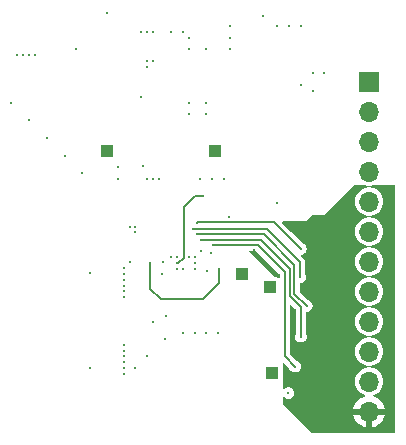
<source format=gbr>
%TF.GenerationSoftware,KiCad,Pcbnew,8.0.4*%
%TF.CreationDate,2024-08-13T22:52:30+08:00*%
%TF.ProjectId,MAX30001_MINI,4d415833-3030-4303-915f-4d494e492e6b,rev?*%
%TF.SameCoordinates,Original*%
%TF.FileFunction,Copper,L2,Inr*%
%TF.FilePolarity,Positive*%
%FSLAX46Y46*%
G04 Gerber Fmt 4.6, Leading zero omitted, Abs format (unit mm)*
G04 Created by KiCad (PCBNEW 8.0.4) date 2024-08-13 22:52:30*
%MOMM*%
%LPD*%
G01*
G04 APERTURE LIST*
%TA.AperFunction,ComponentPad*%
%ADD10R,1.000000X1.000000*%
%TD*%
%TA.AperFunction,ComponentPad*%
%ADD11R,1.700000X1.700000*%
%TD*%
%TA.AperFunction,ComponentPad*%
%ADD12O,1.700000X1.700000*%
%TD*%
%TA.AperFunction,ViaPad*%
%ADD13C,0.300000*%
%TD*%
%TA.AperFunction,ViaPad*%
%ADD14C,0.200000*%
%TD*%
%TA.AperFunction,Conductor*%
%ADD15C,0.200000*%
%TD*%
G04 APERTURE END LIST*
D10*
%TO.N,Net-(C8-Pad2)*%
%TO.C,TP3*%
X192582800Y-134416800D03*
%TD*%
%TO.N,Net-(C9-Pad2)*%
%TO.C,TP4*%
X192379600Y-127152400D03*
%TD*%
D11*
%TO.N,3V3_D*%
%TO.C,J4*%
X200787000Y-109728000D03*
D12*
%TO.N,GNDD*%
X200787000Y-112268000D03*
%TO.N,1V8_A*%
X200787000Y-114808000D03*
%TO.N,GNDA*%
X200787000Y-117348000D03*
%TO.N,Net-(J4-Pin_5)*%
X200787000Y-119888000D03*
%TO.N,Net-(J4-Pin_6)*%
X200787000Y-122428000D03*
%TO.N,Net-(J4-Pin_7)*%
X200787000Y-124968000D03*
%TO.N,Net-(J4-Pin_8)*%
X200787000Y-127508000D03*
%TO.N,Net-(J4-Pin_9)*%
X200787000Y-130048000D03*
%TO.N,Net-(J4-Pin_10)*%
X200787000Y-132588000D03*
%TO.N,5V0_IN*%
X200787000Y-135128000D03*
%TO.N,GND*%
X200787000Y-137668000D03*
%TD*%
D10*
%TO.N,Net-(JP8-A)*%
%TO.C,TP1*%
X187706000Y-115570000D03*
%TD*%
%TO.N,Net-(U2-AOUT)*%
%TO.C,TP2*%
X190000000Y-126034800D03*
%TD*%
%TO.N,Net-(JP9-A)*%
%TO.C,TP5*%
X178562000Y-115570000D03*
%TD*%
D13*
%TO.N,GNDA*%
X179500000Y-117000000D03*
X179500000Y-118000000D03*
%TO.N,GND*%
X191000000Y-124000000D03*
X194500000Y-132500000D03*
X194500000Y-129500000D03*
X194500000Y-130500000D03*
X196000000Y-122000000D03*
X195000000Y-122000000D03*
X202500000Y-139000000D03*
X197500000Y-139000000D03*
X196000000Y-139000000D03*
X195000000Y-138000000D03*
%TO.N,BIP*%
X177164400Y-133959600D03*
%TO.N,BIN*%
X177164400Y-125933200D03*
%TO.N,GNDD*%
X185500000Y-106000000D03*
X185000000Y-105500000D03*
X184000000Y-105500000D03*
X187000000Y-107000000D03*
X185500000Y-107000000D03*
X185500000Y-111500000D03*
X185500000Y-112500000D03*
X187000000Y-112500000D03*
X187000000Y-111500000D03*
X196000000Y-110500000D03*
X196000000Y-109000000D03*
X197000000Y-109000000D03*
X195000000Y-105000000D03*
X194000000Y-105000000D03*
X193000000Y-105000000D03*
X189000000Y-107000000D03*
X189000000Y-106000000D03*
X189000000Y-105000000D03*
X186500000Y-118000000D03*
X187500000Y-118000000D03*
X188500000Y-118000000D03*
X195000000Y-110000000D03*
%TO.N,GNDA*%
X181000000Y-134000000D03*
X183500000Y-131500000D03*
X182000000Y-133000000D03*
X176500000Y-117500000D03*
X175000000Y-116000000D03*
X173500000Y-114500000D03*
X172000000Y-113000000D03*
X170500000Y-111500000D03*
X176000000Y-107000000D03*
X182000000Y-108500000D03*
X182000000Y-108000000D03*
X182500000Y-108000000D03*
X182500000Y-105500000D03*
X182000000Y-105500000D03*
X181500000Y-105500000D03*
X171000000Y-107500000D03*
X171500000Y-107500000D03*
X172000000Y-107500000D03*
X172500000Y-107500000D03*
X182500000Y-118000000D03*
X180500000Y-122000000D03*
X181000000Y-122500000D03*
X181000000Y-122000000D03*
X180000000Y-134500000D03*
X180000000Y-134000000D03*
X180000000Y-133500000D03*
X180000000Y-133000000D03*
X180000000Y-132500000D03*
X180000000Y-132000000D03*
X180000000Y-128000000D03*
X180000000Y-127500000D03*
X180000000Y-127000000D03*
X180000000Y-126500000D03*
X180000000Y-126000000D03*
X180000000Y-125500000D03*
X185000000Y-131000000D03*
X186000000Y-131000000D03*
X187000000Y-131000000D03*
X188000000Y-131000000D03*
X183000000Y-118000000D03*
X182000000Y-118000000D03*
X180500000Y-125000000D03*
X181500000Y-111000000D03*
%TO.N,1V8_A*%
X181610000Y-116855000D03*
%TO.N,GNDD*%
X186690000Y-119380000D03*
D14*
X184556400Y-125120400D03*
D13*
%TO.N,Net-(U2-VREF)*%
X187401200Y-124256800D03*
%TO.N,INT2B*%
X194513200Y-133858000D03*
%TO.N,SDO*%
X195013200Y-131318000D03*
%TO.N,SDI*%
X195485154Y-128720306D03*
%TO.N,SCLK*%
X194919602Y-126282131D03*
%TO.N,CSB*%
X194989257Y-123901214D03*
D14*
%TO.N,Net-(U2-AOUT)*%
X186039000Y-125111000D03*
D13*
%TO.N,INTB*%
X193954398Y-136093200D03*
%TO.N,CSB*%
X186183956Y-121714207D03*
D14*
%TO.N,1V8_A*%
X184048400Y-124612400D03*
X186537600Y-124104400D03*
D13*
%TO.N,INT2B*%
X187553600Y-123596396D03*
D14*
%TO.N,INTB*%
X186047029Y-124610463D03*
D13*
%TO.N,SDO*%
X186537590Y-123145752D03*
%TO.N,SDI*%
X186182000Y-122659948D03*
%TO.N,SCLK*%
X185831802Y-122179402D03*
%TO.N,Net-(U2-VCM)*%
X188053600Y-125620400D03*
X182270400Y-125069600D03*
D14*
%TO.N,GNDA*%
X185064400Y-125577600D03*
D13*
%TO.N,FCLK*%
X193000000Y-120000000D03*
%TO.N,3V3_D*%
X188925194Y-121156781D03*
%TO.N,BIP*%
X182524400Y-130107455D03*
%TO.N,BIN*%
X183557055Y-129607455D03*
D14*
%TO.N,Net-(U2-CAPN)*%
X184556400Y-125628400D03*
D13*
%TO.N,Net-(U2-CAPP)*%
X183235600Y-126026800D03*
%TO.N,Net-(U2-CPLL)*%
X183368089Y-124976000D03*
%TO.N,Net-(U2-VBG)*%
X187022405Y-125737512D03*
D14*
%TO.N,3V3_D*%
X185541326Y-124609769D03*
%TO.N,FCLK*%
X184536984Y-124613655D03*
D13*
%TO.N,5V0_IN*%
X191770000Y-104140000D03*
X178562000Y-103886000D03*
D14*
%TO.N,RBIAS*%
X186029600Y-125628400D03*
%TD*%
D15*
%TO.N,CSB*%
X192744824Y-121656781D02*
X186241382Y-121656781D01*
X194989257Y-123901214D02*
X192744824Y-121656781D01*
X186241382Y-121656781D02*
X186183956Y-121714207D01*
%TO.N,GNDD*%
X184556400Y-125120400D02*
X184631280Y-125120400D01*
X186080400Y-119380000D02*
X186690000Y-119380000D01*
X184631280Y-125120400D02*
X185116326Y-124635354D01*
X185116326Y-124635354D02*
X185116326Y-120344074D01*
X185116326Y-120344074D02*
X186080400Y-119380000D01*
%TO.N,Net-(U2-VCM)*%
X186690000Y-128168400D02*
X188053600Y-126804800D01*
X188053600Y-126804800D02*
X188053600Y-125620400D01*
X183134000Y-128168400D02*
X186690000Y-128168400D01*
X182270400Y-127304800D02*
X183134000Y-128168400D01*
X182270400Y-125069600D02*
X182270400Y-127304800D01*
%TO.N,SDO*%
X194062400Y-125587443D02*
X191620709Y-123145752D01*
X195013200Y-128814038D02*
X194062400Y-127863238D01*
X194062400Y-127863238D02*
X194062400Y-125587443D01*
X191620709Y-123145752D02*
X186537590Y-123145752D01*
X195013200Y-131318000D02*
X195013200Y-128814038D01*
%TO.N,SDI*%
X194462400Y-125272800D02*
X194462400Y-127697552D01*
X186182000Y-122659948D02*
X191849548Y-122659948D01*
X191849548Y-122659948D02*
X194462400Y-125272800D01*
X194462400Y-127697552D02*
X195485154Y-128720306D01*
%TO.N,SCLK*%
X192101016Y-122207102D02*
X185859502Y-122207102D01*
X194919602Y-126282131D02*
X194919602Y-125025688D01*
X185859502Y-122207102D02*
X185831802Y-122179402D01*
X194919602Y-125025688D02*
X192101016Y-122207102D01*
%TO.N,INT2B*%
X187553600Y-123596396D02*
X191409231Y-123596396D01*
X191409231Y-123596396D02*
X193649600Y-125836765D01*
X193649600Y-125836765D02*
X193649600Y-132994400D01*
X193649600Y-132994400D02*
X194513200Y-133858000D01*
%TD*%
%TA.AperFunction,Conductor*%
%TO.N,GND*%
G36*
X200445936Y-118503308D02*
G01*
X200457060Y-118507618D01*
X200675757Y-118548500D01*
X200675759Y-118548500D01*
X200898241Y-118548500D01*
X200898243Y-118548500D01*
X201116940Y-118507618D01*
X201128063Y-118503308D01*
X201145763Y-118500000D01*
X202951000Y-118500000D01*
X202985648Y-118514352D01*
X203000000Y-118549000D01*
X203000000Y-139451000D01*
X202985648Y-139485648D01*
X202951000Y-139500000D01*
X196020296Y-139500000D01*
X195985648Y-139485648D01*
X193917999Y-137417999D01*
X199456363Y-137417999D01*
X199456364Y-137418000D01*
X200353988Y-137418000D01*
X200321075Y-137475007D01*
X200287000Y-137602174D01*
X200287000Y-137733826D01*
X200321075Y-137860993D01*
X200353988Y-137918000D01*
X199456363Y-137918000D01*
X199513566Y-138131483D01*
X199513568Y-138131488D01*
X199613398Y-138345577D01*
X199613405Y-138345589D01*
X199748885Y-138539072D01*
X199748891Y-138539079D01*
X199915920Y-138706108D01*
X199915927Y-138706114D01*
X200109410Y-138841594D01*
X200109422Y-138841601D01*
X200323511Y-138941431D01*
X200323516Y-138941433D01*
X200537000Y-138998634D01*
X200537000Y-138101012D01*
X200594007Y-138133925D01*
X200721174Y-138168000D01*
X200852826Y-138168000D01*
X200979993Y-138133925D01*
X201037000Y-138101012D01*
X201037000Y-138998634D01*
X201250483Y-138941433D01*
X201250488Y-138941431D01*
X201464577Y-138841601D01*
X201464589Y-138841594D01*
X201658072Y-138706114D01*
X201658079Y-138706108D01*
X201825108Y-138539079D01*
X201825114Y-138539072D01*
X201960594Y-138345589D01*
X201960601Y-138345577D01*
X202060431Y-138131488D01*
X202060433Y-138131483D01*
X202117636Y-137918000D01*
X201220012Y-137918000D01*
X201252925Y-137860993D01*
X201287000Y-137733826D01*
X201287000Y-137602174D01*
X201252925Y-137475007D01*
X201220012Y-137418000D01*
X202117636Y-137418000D01*
X202117636Y-137417999D01*
X202060433Y-137204516D01*
X202060432Y-137204511D01*
X201960601Y-136990423D01*
X201960594Y-136990411D01*
X201825114Y-136796927D01*
X201825108Y-136796920D01*
X201658079Y-136629891D01*
X201658072Y-136629885D01*
X201464589Y-136494405D01*
X201464577Y-136494398D01*
X201250488Y-136394568D01*
X201250483Y-136394566D01*
X201153255Y-136368514D01*
X201123502Y-136345684D01*
X201118607Y-136308502D01*
X201141437Y-136278749D01*
X201148226Y-136275497D01*
X201324401Y-136207247D01*
X201513562Y-136090124D01*
X201677981Y-135940236D01*
X201812058Y-135762689D01*
X201911229Y-135563528D01*
X201972115Y-135349536D01*
X201992643Y-135128000D01*
X201972115Y-134906464D01*
X201911229Y-134692472D01*
X201812058Y-134493311D01*
X201710253Y-134358499D01*
X201677983Y-134315766D01*
X201677980Y-134315763D01*
X201513566Y-134165879D01*
X201513563Y-134165877D01*
X201513562Y-134165876D01*
X201324401Y-134048753D01*
X201324398Y-134048752D01*
X201324397Y-134048751D01*
X201199727Y-134000454D01*
X201116940Y-133968382D01*
X200898243Y-133927500D01*
X200675757Y-133927500D01*
X200457060Y-133968382D01*
X200457055Y-133968384D01*
X200249602Y-134048751D01*
X200060433Y-134165879D01*
X199896019Y-134315763D01*
X199896016Y-134315766D01*
X199761943Y-134493309D01*
X199761940Y-134493313D01*
X199662773Y-134692466D01*
X199662770Y-134692473D01*
X199601885Y-134906461D01*
X199601884Y-134906467D01*
X199581357Y-135128000D01*
X199601884Y-135349532D01*
X199601885Y-135349538D01*
X199662770Y-135563526D01*
X199662773Y-135563533D01*
X199761940Y-135762686D01*
X199761943Y-135762690D01*
X199896016Y-135940233D01*
X199896019Y-135940236D01*
X200060433Y-136090120D01*
X200060434Y-136090121D01*
X200060438Y-136090124D01*
X200249599Y-136207247D01*
X200425763Y-136275493D01*
X200452887Y-136301392D01*
X200453753Y-136338885D01*
X200427854Y-136366009D01*
X200420744Y-136368514D01*
X200323516Y-136394566D01*
X200323511Y-136394567D01*
X200109423Y-136494398D01*
X200109411Y-136494405D01*
X199915927Y-136629885D01*
X199915920Y-136629891D01*
X199748891Y-136796920D01*
X199748885Y-136796927D01*
X199613405Y-136990411D01*
X199613398Y-136990423D01*
X199513567Y-137204511D01*
X199513566Y-137204516D01*
X199456363Y-137417999D01*
X193917999Y-137417999D01*
X193514352Y-137014352D01*
X193500000Y-136979704D01*
X193500000Y-136464456D01*
X193514352Y-136429808D01*
X193549000Y-136415456D01*
X193583648Y-136429808D01*
X193586032Y-136432368D01*
X193623270Y-136475343D01*
X193744345Y-136553153D01*
X193821183Y-136575714D01*
X193882432Y-136593699D01*
X193882435Y-136593699D01*
X193882437Y-136593700D01*
X193882438Y-136593700D01*
X194026358Y-136593700D01*
X194026359Y-136593700D01*
X194026361Y-136593699D01*
X194026363Y-136593699D01*
X194049193Y-136586995D01*
X194164451Y-136553153D01*
X194285526Y-136475343D01*
X194379775Y-136366573D01*
X194439563Y-136235657D01*
X194439563Y-136235655D01*
X194439564Y-136235654D01*
X194460045Y-136093202D01*
X194460045Y-136093197D01*
X194439564Y-135950745D01*
X194434763Y-135940233D01*
X194379775Y-135819827D01*
X194330262Y-135762686D01*
X194285526Y-135711057D01*
X194164451Y-135633247D01*
X194164448Y-135633246D01*
X194026363Y-135592700D01*
X194026359Y-135592700D01*
X193882437Y-135592700D01*
X193882432Y-135592700D01*
X193744347Y-135633246D01*
X193623269Y-135711057D01*
X193586032Y-135754031D01*
X193552495Y-135770818D01*
X193516912Y-135758975D01*
X193500125Y-135725438D01*
X193500000Y-135721943D01*
X193500000Y-133600199D01*
X193514352Y-133565551D01*
X193549000Y-133551199D01*
X193583648Y-133565551D01*
X194029753Y-134011656D01*
X194039676Y-134025947D01*
X194087823Y-134131373D01*
X194087824Y-134131374D01*
X194087825Y-134131376D01*
X194117722Y-134165879D01*
X194182072Y-134240143D01*
X194303147Y-134317953D01*
X194379985Y-134340514D01*
X194441234Y-134358499D01*
X194441237Y-134358499D01*
X194441239Y-134358500D01*
X194441240Y-134358500D01*
X194585160Y-134358500D01*
X194585161Y-134358500D01*
X194585163Y-134358499D01*
X194585165Y-134358499D01*
X194607995Y-134351795D01*
X194723253Y-134317953D01*
X194844328Y-134240143D01*
X194938577Y-134131373D01*
X194998365Y-134000457D01*
X194998365Y-134000455D01*
X194998366Y-134000454D01*
X195018847Y-133858002D01*
X195018847Y-133857997D01*
X194998366Y-133715545D01*
X194976309Y-133667248D01*
X194938577Y-133584627D01*
X194931298Y-133576227D01*
X194844328Y-133475857D01*
X194723250Y-133398045D01*
X194688673Y-133387893D01*
X194667830Y-133375526D01*
X194114452Y-132822148D01*
X194100100Y-132787500D01*
X194100100Y-132588000D01*
X199581357Y-132588000D01*
X199601884Y-132809532D01*
X199601885Y-132809538D01*
X199662770Y-133023526D01*
X199662773Y-133023533D01*
X199761940Y-133222686D01*
X199761943Y-133222690D01*
X199896016Y-133400233D01*
X199896019Y-133400236D01*
X200060433Y-133550120D01*
X200060434Y-133550121D01*
X200060438Y-133550124D01*
X200249599Y-133667247D01*
X200457060Y-133747618D01*
X200675757Y-133788500D01*
X200675759Y-133788500D01*
X200898241Y-133788500D01*
X200898243Y-133788500D01*
X201116940Y-133747618D01*
X201324401Y-133667247D01*
X201513562Y-133550124D01*
X201677981Y-133400236D01*
X201812058Y-133222689D01*
X201911229Y-133023528D01*
X201972115Y-132809536D01*
X201992643Y-132588000D01*
X201972115Y-132366464D01*
X201911229Y-132152472D01*
X201812058Y-131953311D01*
X201710253Y-131818499D01*
X201677983Y-131775766D01*
X201677980Y-131775763D01*
X201513566Y-131625879D01*
X201513563Y-131625877D01*
X201513562Y-131625876D01*
X201324401Y-131508753D01*
X201324398Y-131508752D01*
X201324397Y-131508751D01*
X201198434Y-131459953D01*
X201116940Y-131428382D01*
X200898243Y-131387500D01*
X200675757Y-131387500D01*
X200457060Y-131428382D01*
X200457055Y-131428384D01*
X200249602Y-131508751D01*
X200060433Y-131625879D01*
X199896019Y-131775763D01*
X199896016Y-131775766D01*
X199761943Y-131953309D01*
X199761940Y-131953313D01*
X199662773Y-132152466D01*
X199662770Y-132152473D01*
X199601885Y-132366461D01*
X199601884Y-132366467D01*
X199581357Y-132588000D01*
X194100100Y-132588000D01*
X194100100Y-128656337D01*
X194114452Y-128621689D01*
X194149100Y-128607337D01*
X194183748Y-128621689D01*
X194548348Y-128986289D01*
X194562700Y-129020937D01*
X194562700Y-131088977D01*
X194558272Y-131109332D01*
X194528034Y-131175542D01*
X194528034Y-131175544D01*
X194507553Y-131317997D01*
X194507553Y-131318002D01*
X194528033Y-131460454D01*
X194546322Y-131500500D01*
X194587823Y-131591373D01*
X194587824Y-131591374D01*
X194587825Y-131591376D01*
X194617722Y-131625879D01*
X194682072Y-131700143D01*
X194803147Y-131777953D01*
X194879985Y-131800514D01*
X194941234Y-131818499D01*
X194941237Y-131818499D01*
X194941239Y-131818500D01*
X194941240Y-131818500D01*
X195085160Y-131818500D01*
X195085161Y-131818500D01*
X195085163Y-131818499D01*
X195085165Y-131818499D01*
X195107995Y-131811795D01*
X195223253Y-131777953D01*
X195344328Y-131700143D01*
X195438577Y-131591373D01*
X195498365Y-131460457D01*
X195498365Y-131460455D01*
X195498366Y-131460454D01*
X195518847Y-131318002D01*
X195518847Y-131317997D01*
X195498365Y-131175544D01*
X195498365Y-131175542D01*
X195468128Y-131109332D01*
X195463700Y-131088977D01*
X195463700Y-130048000D01*
X199581357Y-130048000D01*
X199601884Y-130269532D01*
X199601885Y-130269538D01*
X199662770Y-130483526D01*
X199662773Y-130483533D01*
X199761940Y-130682686D01*
X199761943Y-130682690D01*
X199896016Y-130860233D01*
X199896019Y-130860236D01*
X200060433Y-131010120D01*
X200060434Y-131010121D01*
X200060438Y-131010124D01*
X200249599Y-131127247D01*
X200457060Y-131207618D01*
X200675757Y-131248500D01*
X200675759Y-131248500D01*
X200898241Y-131248500D01*
X200898243Y-131248500D01*
X201116940Y-131207618D01*
X201324401Y-131127247D01*
X201513562Y-131010124D01*
X201677981Y-130860236D01*
X201812058Y-130682689D01*
X201911229Y-130483528D01*
X201972115Y-130269536D01*
X201992643Y-130048000D01*
X201972115Y-129826464D01*
X201911229Y-129612472D01*
X201812058Y-129413311D01*
X201745019Y-129324537D01*
X201677983Y-129235766D01*
X201677980Y-129235763D01*
X201513566Y-129085879D01*
X201513563Y-129085877D01*
X201513562Y-129085876D01*
X201324401Y-128968753D01*
X201324398Y-128968752D01*
X201324397Y-128968751D01*
X201220670Y-128928567D01*
X201116940Y-128888382D01*
X200898243Y-128847500D01*
X200675757Y-128847500D01*
X200457060Y-128888382D01*
X200457055Y-128888384D01*
X200249602Y-128968751D01*
X200060433Y-129085879D01*
X199896019Y-129235763D01*
X199896016Y-129235766D01*
X199761943Y-129413309D01*
X199761940Y-129413313D01*
X199662773Y-129612466D01*
X199662770Y-129612473D01*
X199601885Y-129826461D01*
X199601884Y-129826467D01*
X199581357Y-130048000D01*
X195463700Y-130048000D01*
X195463700Y-129269806D01*
X195478052Y-129235158D01*
X195512700Y-129220806D01*
X195557114Y-129220806D01*
X195557115Y-129220806D01*
X195557117Y-129220805D01*
X195557119Y-129220805D01*
X195579949Y-129214101D01*
X195695207Y-129180259D01*
X195816282Y-129102449D01*
X195910531Y-128993679D01*
X195970319Y-128862763D01*
X195970319Y-128862761D01*
X195970320Y-128862760D01*
X195990801Y-128720308D01*
X195990801Y-128720303D01*
X195970320Y-128577851D01*
X195947959Y-128528889D01*
X195910531Y-128446933D01*
X195908867Y-128445013D01*
X195816282Y-128338163D01*
X195695204Y-128260351D01*
X195660627Y-128250199D01*
X195639784Y-128237832D01*
X194927252Y-127525300D01*
X194920086Y-127508000D01*
X199581357Y-127508000D01*
X199601884Y-127729532D01*
X199601885Y-127729538D01*
X199662770Y-127943526D01*
X199662773Y-127943533D01*
X199761940Y-128142686D01*
X199761943Y-128142690D01*
X199896016Y-128320233D01*
X199896019Y-128320236D01*
X200060433Y-128470120D01*
X200060434Y-128470121D01*
X200060438Y-128470124D01*
X200249599Y-128587247D01*
X200457060Y-128667618D01*
X200675757Y-128708500D01*
X200675759Y-128708500D01*
X200898241Y-128708500D01*
X200898243Y-128708500D01*
X201116940Y-128667618D01*
X201324401Y-128587247D01*
X201513562Y-128470124D01*
X201677981Y-128320236D01*
X201812058Y-128142689D01*
X201911229Y-127943528D01*
X201972115Y-127729536D01*
X201992643Y-127508000D01*
X201972115Y-127286464D01*
X201911229Y-127072472D01*
X201812058Y-126873311D01*
X201712960Y-126742084D01*
X201677983Y-126695766D01*
X201677980Y-126695763D01*
X201513566Y-126545879D01*
X201513563Y-126545877D01*
X201513562Y-126545876D01*
X201324401Y-126428753D01*
X201324398Y-126428752D01*
X201324397Y-126428751D01*
X201155197Y-126363203D01*
X201116940Y-126348382D01*
X200898243Y-126307500D01*
X200675757Y-126307500D01*
X200457060Y-126348382D01*
X200457055Y-126348384D01*
X200249602Y-126428751D01*
X200060433Y-126545879D01*
X199896019Y-126695763D01*
X199896016Y-126695766D01*
X199761943Y-126873309D01*
X199761940Y-126873313D01*
X199662773Y-127072466D01*
X199662770Y-127072473D01*
X199601885Y-127286461D01*
X199601884Y-127286467D01*
X199581357Y-127508000D01*
X194920086Y-127508000D01*
X194912900Y-127490652D01*
X194912900Y-126831631D01*
X194927252Y-126796983D01*
X194961900Y-126782631D01*
X194991562Y-126782631D01*
X194991563Y-126782631D01*
X194991565Y-126782630D01*
X194991567Y-126782630D01*
X195014397Y-126775926D01*
X195129655Y-126742084D01*
X195250730Y-126664274D01*
X195344979Y-126555504D01*
X195404767Y-126424588D01*
X195404767Y-126424586D01*
X195404768Y-126424585D01*
X195425249Y-126282133D01*
X195425249Y-126282128D01*
X195409887Y-126175288D01*
X195404767Y-126139674D01*
X195404767Y-126139673D01*
X195374530Y-126073463D01*
X195370102Y-126053108D01*
X195370102Y-124968000D01*
X199581357Y-124968000D01*
X199601884Y-125189532D01*
X199601885Y-125189538D01*
X199662770Y-125403526D01*
X199662773Y-125403533D01*
X199761940Y-125602686D01*
X199761943Y-125602690D01*
X199896016Y-125780233D01*
X199896019Y-125780236D01*
X200060433Y-125930120D01*
X200060434Y-125930121D01*
X200060438Y-125930124D01*
X200249599Y-126047247D01*
X200457060Y-126127618D01*
X200675757Y-126168500D01*
X200675759Y-126168500D01*
X200898241Y-126168500D01*
X200898243Y-126168500D01*
X201116940Y-126127618D01*
X201324401Y-126047247D01*
X201513562Y-125930124D01*
X201677981Y-125780236D01*
X201812058Y-125602689D01*
X201911229Y-125403528D01*
X201972115Y-125189536D01*
X201992643Y-124968000D01*
X201972115Y-124746464D01*
X201911229Y-124532472D01*
X201812058Y-124333311D01*
X201745019Y-124244537D01*
X201677983Y-124155766D01*
X201677980Y-124155763D01*
X201513566Y-124005879D01*
X201513563Y-124005877D01*
X201513562Y-124005876D01*
X201324401Y-123888753D01*
X201324398Y-123888752D01*
X201324397Y-123888751D01*
X201207623Y-123843513D01*
X201116940Y-123808382D01*
X200898243Y-123767500D01*
X200675757Y-123767500D01*
X200457060Y-123808382D01*
X200457055Y-123808384D01*
X200249602Y-123888751D01*
X200060433Y-124005879D01*
X199896019Y-124155763D01*
X199896016Y-124155766D01*
X199761943Y-124333309D01*
X199761940Y-124333313D01*
X199662773Y-124532466D01*
X199662770Y-124532473D01*
X199601885Y-124746461D01*
X199601884Y-124746467D01*
X199581357Y-124968000D01*
X195370102Y-124968000D01*
X195370102Y-124966376D01*
X195339401Y-124851803D01*
X195339400Y-124851799D01*
X195280096Y-124749081D01*
X195280093Y-124749078D01*
X195280092Y-124749075D01*
X195016379Y-124485362D01*
X195002027Y-124450714D01*
X195016379Y-124416066D01*
X195051027Y-124401714D01*
X195061217Y-124401714D01*
X195061218Y-124401714D01*
X195061220Y-124401713D01*
X195061222Y-124401713D01*
X195084052Y-124395009D01*
X195199310Y-124361167D01*
X195320385Y-124283357D01*
X195414634Y-124174587D01*
X195474422Y-124043671D01*
X195474422Y-124043669D01*
X195474423Y-124043668D01*
X195494904Y-123901216D01*
X195494904Y-123901211D01*
X195474423Y-123758759D01*
X195465331Y-123738851D01*
X195414634Y-123627841D01*
X195399698Y-123610604D01*
X195320385Y-123519071D01*
X195199307Y-123441259D01*
X195164730Y-123431107D01*
X195143887Y-123418740D01*
X194153147Y-122428000D01*
X199581357Y-122428000D01*
X199601884Y-122649532D01*
X199601885Y-122649538D01*
X199662770Y-122863526D01*
X199662773Y-122863533D01*
X199761940Y-123062686D01*
X199761943Y-123062690D01*
X199896016Y-123240233D01*
X199896019Y-123240236D01*
X200060433Y-123390120D01*
X200060434Y-123390121D01*
X200060438Y-123390124D01*
X200249599Y-123507247D01*
X200457060Y-123587618D01*
X200675757Y-123628500D01*
X200675759Y-123628500D01*
X200898241Y-123628500D01*
X200898243Y-123628500D01*
X201116940Y-123587618D01*
X201324401Y-123507247D01*
X201513562Y-123390124D01*
X201677981Y-123240236D01*
X201812058Y-123062689D01*
X201911229Y-122863528D01*
X201972115Y-122649536D01*
X201992643Y-122428000D01*
X201972115Y-122206464D01*
X201911229Y-121992472D01*
X201812058Y-121793311D01*
X201720504Y-121672074D01*
X201677983Y-121615766D01*
X201677980Y-121615763D01*
X201513566Y-121465879D01*
X201513563Y-121465877D01*
X201513562Y-121465876D01*
X201324401Y-121348753D01*
X201324398Y-121348752D01*
X201324397Y-121348751D01*
X201220670Y-121308567D01*
X201116940Y-121268382D01*
X200898243Y-121227500D01*
X200675757Y-121227500D01*
X200457060Y-121268382D01*
X200457055Y-121268384D01*
X200249602Y-121348751D01*
X200060433Y-121465879D01*
X199896019Y-121615763D01*
X199896016Y-121615766D01*
X199761943Y-121793309D01*
X199761940Y-121793313D01*
X199662773Y-121992466D01*
X199662770Y-121992473D01*
X199601885Y-122206461D01*
X199601884Y-122206467D01*
X199581357Y-122428000D01*
X194153147Y-122428000D01*
X193397221Y-121672074D01*
X193382869Y-121637426D01*
X193397221Y-121602778D01*
X193485648Y-121514352D01*
X193520296Y-121500000D01*
X195499999Y-121500000D01*
X195500000Y-121500000D01*
X195985648Y-121014352D01*
X196020296Y-121000000D01*
X196999999Y-121000000D01*
X197000000Y-121000000D01*
X198112000Y-119888000D01*
X199581357Y-119888000D01*
X199601884Y-120109532D01*
X199601885Y-120109538D01*
X199662770Y-120323526D01*
X199662773Y-120323533D01*
X199761940Y-120522686D01*
X199761943Y-120522690D01*
X199896016Y-120700233D01*
X199896019Y-120700236D01*
X200060433Y-120850120D01*
X200060434Y-120850121D01*
X200060438Y-120850124D01*
X200249599Y-120967247D01*
X200457060Y-121047618D01*
X200675757Y-121088500D01*
X200675759Y-121088500D01*
X200898241Y-121088500D01*
X200898243Y-121088500D01*
X201116940Y-121047618D01*
X201324401Y-120967247D01*
X201513562Y-120850124D01*
X201677981Y-120700236D01*
X201812058Y-120522689D01*
X201911229Y-120323528D01*
X201972115Y-120109536D01*
X201992643Y-119888000D01*
X201972115Y-119666464D01*
X201911229Y-119452472D01*
X201812058Y-119253311D01*
X201677981Y-119075764D01*
X201677980Y-119075763D01*
X201513566Y-118925879D01*
X201513563Y-118925877D01*
X201513562Y-118925876D01*
X201324401Y-118808753D01*
X201324398Y-118808752D01*
X201324397Y-118808751D01*
X201220670Y-118768567D01*
X201116940Y-118728382D01*
X200898243Y-118687500D01*
X200675757Y-118687500D01*
X200457060Y-118728382D01*
X200457055Y-118728384D01*
X200249602Y-118808751D01*
X200060433Y-118925879D01*
X199896019Y-119075763D01*
X199896016Y-119075766D01*
X199761943Y-119253309D01*
X199761940Y-119253313D01*
X199662773Y-119452466D01*
X199662770Y-119452473D01*
X199601885Y-119666461D01*
X199601884Y-119666467D01*
X199581357Y-119888000D01*
X198112000Y-119888000D01*
X199485648Y-118514352D01*
X199520296Y-118500000D01*
X200428237Y-118500000D01*
X200445936Y-118503308D01*
G37*
%TD.AperFunction*%
%TA.AperFunction,Conductor*%
G36*
X191236980Y-124061248D02*
G01*
X193184748Y-126009016D01*
X193199100Y-126043664D01*
X193199100Y-126357923D01*
X193184748Y-126392571D01*
X193150100Y-126406923D01*
X193115452Y-126392571D01*
X193086084Y-126363203D01*
X193086083Y-126363202D01*
X193033538Y-126337514D01*
X192980996Y-126311828D01*
X192980994Y-126311827D01*
X192912862Y-126301900D01*
X192912860Y-126301900D01*
X192822196Y-126301900D01*
X192787548Y-126287548D01*
X190630544Y-124130544D01*
X190616192Y-124095896D01*
X190630544Y-124061248D01*
X190665192Y-124046896D01*
X191202332Y-124046896D01*
X191236980Y-124061248D01*
G37*
%TD.AperFunction*%
%TD*%
M02*

</source>
